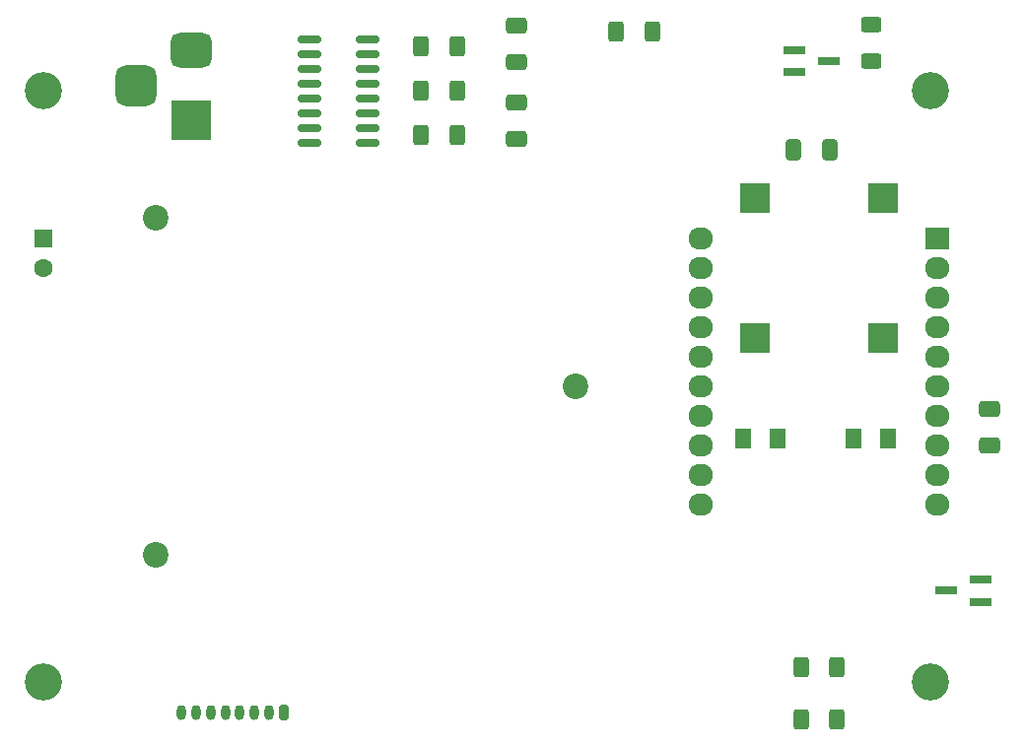
<source format=gbr>
%TF.GenerationSoftware,KiCad,Pcbnew,7.0.1*%
%TF.CreationDate,2023-04-06T15:25:49-05:00*%
%TF.ProjectId,mqtt_particle_sensor,6d717474-5f70-4617-9274-69636c655f73,B*%
%TF.SameCoordinates,Original*%
%TF.FileFunction,Soldermask,Top*%
%TF.FilePolarity,Negative*%
%FSLAX46Y46*%
G04 Gerber Fmt 4.6, Leading zero omitted, Abs format (unit mm)*
G04 Created by KiCad (PCBNEW 7.0.1) date 2023-04-06 15:25:49*
%MOMM*%
%LPD*%
G01*
G04 APERTURE LIST*
G04 Aperture macros list*
%AMRoundRect*
0 Rectangle with rounded corners*
0 $1 Rounding radius*
0 $2 $3 $4 $5 $6 $7 $8 $9 X,Y pos of 4 corners*
0 Add a 4 corners polygon primitive as box body*
4,1,4,$2,$3,$4,$5,$6,$7,$8,$9,$2,$3,0*
0 Add four circle primitives for the rounded corners*
1,1,$1+$1,$2,$3*
1,1,$1+$1,$4,$5*
1,1,$1+$1,$6,$7*
1,1,$1+$1,$8,$9*
0 Add four rect primitives between the rounded corners*
20,1,$1+$1,$2,$3,$4,$5,0*
20,1,$1+$1,$4,$5,$6,$7,0*
20,1,$1+$1,$6,$7,$8,$9,0*
20,1,$1+$1,$8,$9,$2,$3,0*%
G04 Aperture macros list end*
%ADD10R,3.500000X3.500000*%
%ADD11RoundRect,0.750000X-1.000000X0.750000X-1.000000X-0.750000X1.000000X-0.750000X1.000000X0.750000X0*%
%ADD12RoundRect,0.875000X-0.875000X0.875000X-0.875000X-0.875000X0.875000X-0.875000X0.875000X0.875000X0*%
%ADD13RoundRect,0.150000X-0.825000X-0.150000X0.825000X-0.150000X0.825000X0.150000X-0.825000X0.150000X0*%
%ADD14C,3.200000*%
%ADD15RoundRect,0.250000X-0.400000X-0.625000X0.400000X-0.625000X0.400000X0.625000X-0.400000X0.625000X0*%
%ADD16R,1.900000X0.800000*%
%ADD17RoundRect,0.250000X-0.650000X0.412500X-0.650000X-0.412500X0.650000X-0.412500X0.650000X0.412500X0*%
%ADD18RoundRect,0.250001X0.462499X0.624999X-0.462499X0.624999X-0.462499X-0.624999X0.462499X-0.624999X0*%
%ADD19RoundRect,0.250000X0.400000X0.625000X-0.400000X0.625000X-0.400000X-0.625000X0.400000X-0.625000X0*%
%ADD20RoundRect,0.250000X0.650000X-0.412500X0.650000X0.412500X-0.650000X0.412500X-0.650000X-0.412500X0*%
%ADD21R,2.500000X2.500000*%
%ADD22RoundRect,0.250000X-0.625000X0.400000X-0.625000X-0.400000X0.625000X-0.400000X0.625000X0.400000X0*%
%ADD23RoundRect,0.250000X-0.412500X-0.650000X0.412500X-0.650000X0.412500X0.650000X-0.412500X0.650000X0*%
%ADD24C,2.200000*%
%ADD25RoundRect,0.200000X0.200000X0.450000X-0.200000X0.450000X-0.200000X-0.450000X0.200000X-0.450000X0*%
%ADD26O,0.800000X1.300000*%
%ADD27R,1.600000X1.600000*%
%ADD28C,1.600000*%
%ADD29R,2.100000X1.900000*%
%ADD30O,2.100000X1.900000*%
G04 APERTURE END LIST*
D10*
%TO.C,J2*%
X63500000Y-53340000D03*
D11*
X63500000Y-47340000D03*
D12*
X58800000Y-50340000D03*
%TD*%
D13*
%TO.C,U1*%
X73725000Y-46355000D03*
X73725000Y-47625000D03*
X73725000Y-48895000D03*
X73725000Y-50165000D03*
X73725000Y-51435000D03*
X73725000Y-52705000D03*
X73725000Y-53975000D03*
X73725000Y-55245000D03*
X78675000Y-55245000D03*
X78675000Y-53975000D03*
X78675000Y-52705000D03*
X78675000Y-51435000D03*
X78675000Y-50165000D03*
X78675000Y-48895000D03*
X78675000Y-47625000D03*
X78675000Y-46355000D03*
%TD*%
D14*
%TO.C,REF\u002A\u002A*%
X127000000Y-101600000D03*
%TD*%
D15*
%TO.C,R3*%
X86360000Y-46990000D03*
X83260000Y-46990000D03*
%TD*%
D16*
%TO.C,Q1*%
X115340000Y-47310000D03*
X115340000Y-49210000D03*
X118340000Y-48260000D03*
%TD*%
D15*
%TO.C,R7*%
X115925000Y-104775000D03*
X119025000Y-104775000D03*
%TD*%
D17*
%TO.C,C2*%
X91440000Y-45173500D03*
X91440000Y-48298500D03*
%TD*%
D18*
%TO.C,D1*%
X113882500Y-80645000D03*
X110907500Y-80645000D03*
%TD*%
D16*
%TO.C,Q2*%
X131360000Y-94700000D03*
X131360000Y-92800000D03*
X128360000Y-93750000D03*
%TD*%
D14*
%TO.C,REF\u002A\u002A*%
X50800000Y-101600000D03*
%TD*%
%TO.C,REF\u002A\u002A*%
X50800000Y-50800000D03*
%TD*%
D19*
%TO.C,R2*%
X86360000Y-50800000D03*
X83260000Y-50800000D03*
%TD*%
D18*
%TO.C,D2*%
X123407500Y-80645000D03*
X120432500Y-80645000D03*
%TD*%
D20*
%TO.C,C5*%
X132080000Y-81280000D03*
X132080000Y-78155000D03*
%TD*%
D21*
%TO.C,PS1*%
X111975000Y-60040000D03*
X122975000Y-60040000D03*
X122975000Y-72040000D03*
X111975000Y-72040000D03*
%TD*%
D22*
%TO.C,R5*%
X121920000Y-48260000D03*
X121920000Y-45160000D03*
%TD*%
D19*
%TO.C,R4*%
X103150000Y-45720000D03*
X100050000Y-45720000D03*
%TD*%
%TO.C,R1*%
X86360000Y-54610000D03*
X83260000Y-54610000D03*
%TD*%
D23*
%TO.C,C4*%
X115277500Y-55880000D03*
X118402500Y-55880000D03*
%TD*%
D24*
%TO.C,U3*%
X96520000Y-76200000D03*
X60520000Y-90700000D03*
X60520000Y-61700000D03*
D25*
X71465000Y-104200000D03*
D26*
X70215000Y-104200000D03*
X68965000Y-104200000D03*
X67715000Y-104200000D03*
X66465000Y-104200000D03*
X65215000Y-104200000D03*
X63965000Y-104200000D03*
X62715000Y-104200000D03*
%TD*%
D15*
%TO.C,R6*%
X115925000Y-100330000D03*
X119025000Y-100330000D03*
%TD*%
D20*
%TO.C,C1*%
X91440000Y-54902500D03*
X91440000Y-51777500D03*
%TD*%
D14*
%TO.C,REF\u002A\u002A*%
X127000000Y-50800000D03*
%TD*%
D27*
%TO.C,C3*%
X50800000Y-63500000D03*
D28*
X50800000Y-66000000D03*
%TD*%
D29*
%TO.C,A1*%
X127635000Y-63500000D03*
D30*
X127635000Y-66040000D03*
X127635000Y-68580000D03*
X127635000Y-71120000D03*
X127635000Y-73660000D03*
X127635000Y-76200000D03*
X127635000Y-78740000D03*
X127635000Y-81280000D03*
X127635000Y-83820000D03*
X127635000Y-86360000D03*
X107315000Y-86360000D03*
X107315000Y-83820000D03*
X107315000Y-81280000D03*
X107315000Y-78740000D03*
X107315000Y-76200000D03*
X107315000Y-73660000D03*
X107315000Y-71120000D03*
X107315000Y-68580000D03*
X107315000Y-66040000D03*
X107315000Y-63500000D03*
%TD*%
M02*

</source>
